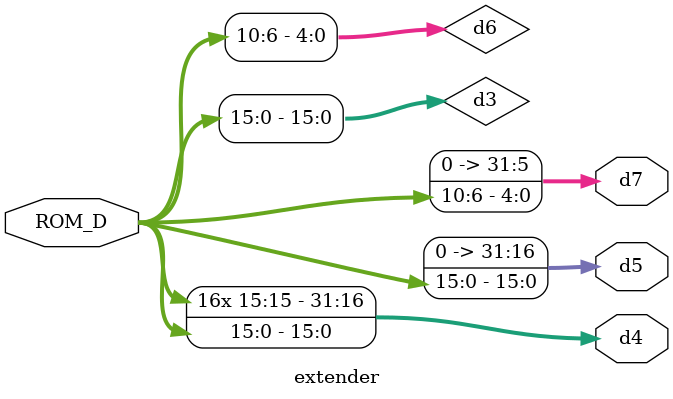
<source format=v>
`timescale 1ns / 1ps


module extender(
input [31:0] ROM_D,
output reg [31:0] d4,
output reg [31:0] d5,
output reg [31:0] d7
    );
    reg [15:0] d3;
    reg [4:0] d6;
    always @(*)
    begin
    d3=ROM_D[15:0];
    d6=ROM_D[10:6];
    d4[31:16] <={16{d3[15]}};
    d4[15:0] <= d3;
//    d4<={16{d3[15]},d3};
    d5[31:16] <= 0;
    d5[15:0] <= d3;
//    d5<={16{0},d3};
    d7[31:5] <= 0;
    d7[4:0] <= d6;
//    d7<={27{0},d6};
    end
endmodule

</source>
